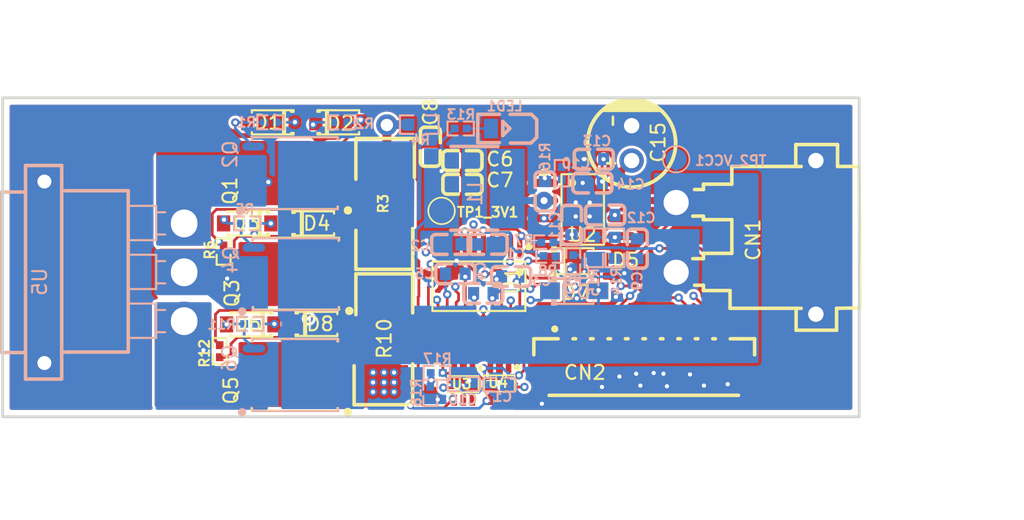
<source format=kicad_pcb>
(kicad_pcb (version 20240108) (generator "pcbnew") (generator_version "8.0")
  (layers (0 "F.Cu" signal) (1 "In1.Cu" signal) (2 "In2.Cu" signal) (31 "B.Cu" signal) (34 "B.Paste" user) (35 "F.Paste" user) (36 "B.SilkS" user "B.Silkscreen") (37 "F.SilkS" user "F.Silkscreen") (38 "B.Mask" user) (39 "F.Mask" user) (44 "Edge.Cuts" user))
  (net 0 "")
  (net 1 "VCC")
  (net 2 "+3V3")
  (net 3 "power_fb")
  (net 4 "Net-(LED1-+)")
  (net 5 "power_en")
  (net 8 "CS_1")
  (net 11 "IN_2")
  (net 12 "IN_1")
  (net 13 "CS_2")
  (net 14 "IN_3")
  (net 15 "U")
  (net 16 "Net-(D4-A)")
  (net 17 "V")
  (net 18 "VB1")
  (net 19 "Net-(D6-A)")
  (net 20 "VB2")
  (net 21 "VB3")
  (net 22 "VS3")
  (net 23 "HO3")
  (net 24 "LO1")
  (net 25 "HO2")
  (net 26 "HO1")
  (net 27 "LO3")
  (net 28 "LO2")
  (net 29 "Net-(D8-A)")
  (net 30 "IS1")
  (net 31 "IS2")
  (net 32 "GND")
  (net 33 "VREF")
  (net 34 "CS1")
  (net 35 "CS2")
  (net 36 "Net-(U2-LX)")
  (net 37 "Net-(U2-BS)")
  (net 38 "Net-(U2-SS)")
  (net 39 "Net-(U2-VCC)")
  (net 40 "Net-(D1-A)")
  (net 41 "Net-(D2-A)")
  (net 42 "Net-(D3-A)")
  (net 43 "Net-(U1-HIN1)")
  (net 44 "Net-(U1-HIN2)")
  (net 45 "Net-(U1-HIN3)")
  (net 46 "PGND")
  (footprint "EG2134_single_motor_drive:WAFER-GH1.25-10PWB" (layer "F.Cu") (at 57.8861 30.4335)
    (property "Reference" "CN2")
    (property "Value" "WAFER-GH1.25-10PWB")
  )
  (footprint "EG2134_single_motor_drive:1N4148W" (layer "F.Cu") (at 34.5201 28.222)
    (property "Reference" "D8")
    (property "Value" "1N4148W")
  )
  (footprint "EG2134_single_motor_drive:1N4148W" (layer "F.Cu") (at 29.6938 28.2544 180)
    (property "Reference" "D6")
    (property "Value" "1N4148W")
  )
  (footprint "EG2134_single_motor_drive:R2512" (layer "F.Cu") (at 39.2861 29.322 -90)
    (property "Reference" "R10")
    (property "Value" "10mr")
  )
  (footprint "EG2134_single_motor_drive:1N4148W" (layer "F.Cu") (at 29.4781 21.022 180)
    (property "Reference" "D3")
    (property "Value" "1N4148W")
  )
  (footprint "EG2134_single_motor_drive:R0402" (layer "F.Cu") (at 27.7876 23.0366 -90)
    (property "Reference" "R6")
    (property "Value" "20r")
  )
  (footprint "EG2134_single_motor_drive:1N4148W" (layer "F.Cu") (at 31.2141 13.7795 180)
    (property "Reference" "D1")
    (property "Value" "1N4148W")
  )
  (footprint "EG2134_single_motor_drive:DSK34" (layer "F.Cu") (at 52.8791 25.852)
    (property "Reference" "D7")
    (property "Value" "DSK34")
  )
  (footprint "EG2134_single_motor_drive:C0603" (layer "F.Cu") (at 44.8861 18.222)
    (property "Reference" "C6")
    (property "Value" "22uf")
  )
  (footprint "EG2134_single_motor_drive:TP181A1-CR" (layer "F.Cu") (at 47.527758 32.4804 180)
    (property "Reference" "U4")
    (property "Value" "TP181A1-CR")
  )
  (footprint "EG2134_single_motor_drive:cap_pol" (layer "F.Cu") (at 56.9861 15.272 90)
    (property "Reference" "C15")
    (property "Value" "220uf")
  )
  (footprint "EG2134_single_motor_drive:EG2134-N" (layer "F.Cu") (at 46.0576 25.522 180)
    (property "Reference" "U1")
    (property "Value" "EG2134_N")
  )
  (footprint "EG2134_single_motor_drive:1N4148W" (layer "F.Cu") (at 36.0811 13.7795)
    (property "Reference" "D2")
    (property "Value" "1N4148W")
  )
  (footprint "EG2134_single_motor_drive:RU3089M-C" (layer "F.Cu") (at 32.8661 31.857 90)
    (property "Reference" "Q5")
    (property "Value" "RU3089M-C")
  )
  (footprint "EG2134_single_motor_drive:SY8205FCC" (layer "F.Cu") (at 53.4861 20.022 -90)
    (property "Reference" "U2")
    (property "Value" "SY8205FCC")
  )
  (footprint "EG2134_single_motor_drive:R0402" (layer "F.Cu") (at 27.5082 30.1764 -90)
    (property "Reference" "R12")
    (property "Value" "20r")
  )
  (footprint "TestPoint:TestPoint_Pad_D1.5mm" (layer "F.Cu") (at 43.3861 20.122 180)
    (property "Reference" "TP1_3V1")
    (property "Value" "3v3")
  )
  (footprint "EG2134_single_motor_drive:TP181A1-CR" (layer "F.Cu") (at 44.943 32.5304 180)
    (property "Reference" "U3")
    (property "Value" "TP181A1-CR")
  )
  (footprint "EG2134_single_motor_drive:RU3089M-C" (layer "F.Cu") (at 32.9741 24.622 90)
    (property "Reference" "Q3")
    (property "Value" "RU3089M-C")
  )
  (footprint "EG2134_single_motor_drive:1N4148W" (layer "F.Cu") (at 34.2861 21.022)
    (property "Reference" "D4")
    (property "Value" "1N4148W")
  )
  (footprint "EG2134_single_motor_drive:RU3089M-C" (layer "F.Cu") (at 32.8741 17.422 90)
    (property "Reference" "Q1")
    (property "Value" "RU3089M-C")
  )
  (footprint "EG2134_single_motor_drive:XT30PW-M30.G.Y" (layer "F.Cu") (at 65.1726 22.022 90)
    (property "Reference" "CN1")
    (property "Value" "XT30PW-M")
  )
  (footprint "EG2134_single_motor_drive:DSK34" (layer "F.Cu") (at 52.8861 23.722)
    (property "Reference" "D5")
    (property "Value" "DSK34")
  )
  (footprint "EG2134_single_motor_drive:R2512" (layer "F.Cu") (at 39.2861 19.622 90)
    (property "Reference" "R3")
    (property "Value" "10mr")
  )
  (footprint "EG2134_single_motor_drive:C0603" (layer "F.Cu") (at 42.5861 15.522 90)
    (property "Reference" "C8")
    (property "Value" "22uf")
  )
  (footprint "EG2134_single_motor_drive:C0603" (layer "F.Cu") (at 44.8861 16.522)
    (property "Reference" "C7")
    (property "Value" "22uf")
  )
  (footprint "EG2134_single_motor_drive:C0603" (layer "B.Cu") (at 48.3746 24.822)
    (property "Reference" "C3")
    (property "Value" "100nf")
  )
  (footprint "EG2134_single_motor_drive:R0402" (layer "B.Cu") (at 52.8066 23.7248 -90)
    (property "Reference" "R9")
    (property "Value" "100r")
  )
  (footprint "EG2134_single_motor_drive:NCD0805R1" (layer "B.Cu") (at 47.9701 14.222 180)
    (property "Reference" "LED1")
    (property "Value" "电源指示灯")
  )
  (footprint "EG2134_single_motor_drive:R0402" (layer "B.Cu") (at 50.9536 22.3774 180)
    (property "Reference" "R7")
    (property "Value" "100r")
  )
  (footprint "EG2134_single_motor_drive:MR30PW-M30.G.Y" (layer "B.Cu") (at 19.9631 24.522 90)
    (property "Reference" "U5")
    (property "Value" "MR30PW-M30.G.Y")
  )
  (footprint "EG2134_single_motor_drive:C0603" (layer "B.Cu") (at 46.3746 26.022)
    (property "Reference" "C4")
    (property "Value" "100nf")
  )
  (footprint "EG2134_single_motor_drive:R0402" (layer "B.Cu") (at 36.2141 13.7795)
    (property "Reference" "R2")
    (property "Value" "20r")
  )
  (footprint "EG2134_single_motor_drive:RU3089M-C" (layer "B.Cu") (at 32.9221 31.8845 90)
    (property "Reference" "Q6")
    (property "Value" "RU3089M-C")
  )
  (footprint "EG2134_single_motor_drive:DSK34" (layer "B.Cu") (at 52.8791 25.852)
    (property "Reference" "D9")
    (property "Value" "DSK34")
  )
  (footprint "EG2134_single_motor_drive:R0402" (layer "B.Cu") (at 51.9861 17.422 -90)
    (property "Reference" "R16")
    (property "Value" "10k")
  )
  (footprint "EG2134_single_motor_drive:C0603" (layer "B.Cu") (at 57.3861 22.822 90)
    (property "Reference" "C9")
    (property "Value" "100pf")
  )
  (footprint "EG2134_single_motor_drive:R0402" (layer "B.Cu") (at 44.7531 14.222 180)
    (property "Reference" "R13")
    (property "Value" "10k")
  )
  (footprint "EG2134_single_motor_drive:R0402" (layer "B.Cu") (at 51.106 23.3426 180)
    (property "Reference" "R8")
    (property "Value" "100r")
  )
  (footprint "EG2134_single_motor_drive:RU3089M-C" (layer "B.Cu") (at 32.8861 17.422 90)
    (property "Reference" "Q2")
    (property "Value" "RU3089M-C")
  )
  (footprint "EG2134_single_motor_drive:R0402" (layer "B.Cu") (at 29.4781 21.022 180)
    (property "Reference" "R5")
    (property "Value" "20r")
  )
  (footprint "EG2134_single_motor_drive:C0603" (layer "B.Cu") (at 54.2861 16.422)
    (property "Reference" "C13")
    (property "Value" "100nf")
  )
  (footprint "EG2134_single_motor_drive:R0603" (layer "B.Cu") (at 54.2861 22.769 -90)
    (property "Reference" "R15")
    (property "Value" "22.1k")
  )
  (footprint "EG2134_single_motor_drive:C0603" (layer "B.Cu") (at 46.6746 22.522 180)
    (property "Reference" "C1")
    (property "Value" "1uf")
  )
  (footprint "EG2134_single_motor_drive:R0402" (layer "B.Cu") (at 31.1471 13.7795 180)
    (property "Reference" "R1")
    (property "Value" "20r")
  )
  (footprint "EG2134_single_motor_drive:R0402" (layer "B.Cu") (at 29.6938 28.2194 180)
    (property "Reference" "R11")
    (property "Value" "20r")
  )
  (footprint "EG2134_single_motor_drive:C0402" (layer "B.Cu") (at 47.527758 32.5804 180)
    (property "Reference" "C17")
    (property "Value" "100nf")
  )
  (footprint "EG2134_single_motor_drive:RU3089M-C" (layer "B.Cu") (at 32.9261 24.6645 90)
    (property "Reference" "Q4")
    (property "Value" "RU3089M-C")
  )
  (footprint "EG2134_single_motor_drive:C0402" (layer "B.Cu") (at 44.977758 32.5304 180)
    (property "Reference" "C16")
    (property "Value" "100nf")
  )
  (footprint "EG2134_single_motor_drive:R0603" (layer "B.Cu") (at 55.7861 22.769 90)
    (property "Reference" "R14")
    (property "Value" "100k")
  )
  (footprint "EG2134_single_motor_drive:R0402" (layer "B.Cu") (at 43.0416 31.722)
    (property "Reference" "R17")
    (property "Value" "10k")
  )
  (footprint "EG2134_single_motor_drive:C0603" (layer "B.Cu") (at 50.7861 18.722 90)
    (property "Reference" "C10")
    (property "Value" "100nf")
  )
  (footprint "TestPoint:TestPoint_Pad_D1.5mm" (layer "B.Cu") (at 60.1726 16.422 180)
    (property "Reference" "TP2_VCC1")
    (property "Value" "VCC")
  )
  (footprint "EG2134_single_motor_drive:FNR6045S6R8MT" (layer "B.Cu") (at 45.7361 18.509)
    (property "Reference" "L1")
    (property "Value" "6.8uh")
  )
  (footprint "EG2134_single_motor_drive:C0603" (layer "B.Cu") (at 52.6861 21.122 90)
    (property "Reference" "C11")
    (property "Value" "1uf")
  )
  (footprint "EG2134_single_motor_drive:C0603" (layer "B.Cu") (at 44.3746 24.622)
    (property "Reference" "C5")
    (property "Value" "100nf")
  )
  (footprint "EG2134_single_motor_drive:C0603" (layer "B.Cu") (at 54.1861 18.122)
    (property "Reference" "C14")
    (property "Value" "1uf")
  )
  (footprint "EG2134_single_motor_drive:C0603" (layer "B.Cu") (at 55.0861 20.422 180)
    (property "Reference" "C12")
    (property "Value" "1uf")
  )
  (footprint "EG2134_single_motor_drive:C0603" (layer "B.Cu") (at 44.0746 22.522)
    (property "Reference" "C2")
    (property "Value" "100nf")
  )
  (footprint "EG2134_single_motor_drive:R0603" (layer "B.Cu") (at 41.792 13.9446)
    (property "Reference" "R4")
    (property "Value" "0r")
  )
  (footprint "EG2134_single_motor_drive:R0402" (layer "B.Cu") (at 42.5746 33.155 90)
    (property "Reference" "R18")
    (property "Value" "10k")
  )
  (gr_rect (start 11.9746 12.022) (end 73.2746 34.872) (stroke (width 0.2)) (fill none) (layer "Edge.Cuts"))
  (segment (start 45.0826 23.5966) (end 45.0826 23.7974) (width 0.2) (layer "F.Cu") (net 1))
  (segment (start 60.0376 19.387) (end 60.1726 19.522) (width 0.508) (layer "F.Cu") (net 1))
  (segment (start 47.0408 24.384) (end 46.7614 24.6634) (width 0.2) (layer "F.Cu") (net 1))
  (segment (start 45.0826 23.7974) (end 45.9486 24.6634) (width 0.2) (layer "F.Cu") (net 1))
  (segment (start 54.6211 23.722) (end 56.9746 23.722) (width 0.2) (layer "F.Cu") (net 1))
  (segment (start 54.8746 16.522) (end 54.9746 16.422) (width 0.2) (layer "F.Cu") (net 1))
  (segment (start 47.625 24.384) (end 47.0408 24.384) (width 0.2) (layer "F.Cu") (net 1))
  (segment (start 46.7614 24.6634) (end 46.482 24.6634) (width 0.2) (layer "F.Cu") (net 1))
  (segment (start 54.6211 23.722) (end 53.4003 24.9428) (width 0.2) (layer "F.Cu") (net 1))
  (segment (start 54.6211 25.8064) (end 54.6211 25.845) (width 0.2) (layer "F.Cu") (net 1))
  (segment (start 54.6211 25.845) (end 54.6141 25.852) (width 0.2) (layer "F.Cu") (net 1))
  (segment (start 45.0826 21.6384) (end 45.0826 22.651) (width 0.2) (layer "F.Cu") (net 1))
  (segment (start 56.2551 18.117) (end 56.2551 17.253) (width 0.508) (layer "F.Cu") (net 1))
  (segment (start 56.2551 19.387) (end 60.0376 19.387) (width 0.508) (layer "F.Cu") (net 1))
  (segment (start 56.2551 19.387) (end 56.2551 18.117) (width 0.508) (layer "F.Cu") (net 1))
  (segment (start 56.2551 17.253) (end 56.9861 16.522) (width 0.508) (layer "F.Cu") (net 1))
  (segment (start 54.8746 18.022) (end 54.8746 16.522) (width 0.2) (layer "F.Cu") (net 1))
  (segment (start 56.9746 23.722) (end 60.1726 20.524) (width 0.2) (layer "F.Cu") (net 1))
  (segment (start 45.9486 24.6634) (end 46.482 24.6634) (width 0.2) (layer "F.Cu") (net 1))
  (segment (start 54.9696 18.117) (end 54.8746 18.022) (width 0.508) (layer "F.Cu") (net 1))
  (segment (start 60.1726 20.524) (end 60.1726 19.522) (width 0.2) (layer "F.Cu") (net 1))
  (segment (start 49.2506 24.5872) (end 47.8282 24.5872) (width 0.2) (layer "F.Cu") (net 1))
  (segment (start 54.6211 23.722) (end 54.6211 25.8064) (width 0.2) (layer "F.Cu") (net 1))
  (segment (start 45.0826 22.651) (end 45.0826 23.5966) (width 0.2) (layer "F.Cu") (net 1))
  (segment (start 45.0596 21.6154) (end 45.0826 21.6384) (width 0.2) (layer "F.Cu") (net 1))
  (segment (start 53.4003 24.9428) (end 49.6062 24.9428) (width 0.2) (layer "F.Cu") (net 1))
  (segment (start 49.6062 24.9428) (end 49.2506 24.5872) (width 0.2) (layer "F.Cu") (net 1))
  (segment (start 47.8282 24.5872) (end 47.625 24.384) (width 0.2) (layer "F.Cu") (net 1))
  (segment (start 56.2551 18.117) (end 54.9696 18.117) (width 0.508) (layer "F.Cu") (net 1))
  (via (at 46.482 24.6634) (size 0.6) (drill 0.3) (layers "F.Cu" "B.Cu") (net 1))
  (via (at 54.9746 16.422) (size 0.6) (drill 0.3) (layers "F.Cu" "B.Cu") (net 1))
  (via (at 45.0596 21.6154) (size 0.6) (drill 0.3) (layers "F.Cu" "B.Cu") (net 1))
  (via (at 54.8746 18.022) (size 0.6) (drill 0.3) (layers "F.Cu" "B.Cu") (net 1))
  (via (at 54.6211 25.8064) (size 0.6) (drill 0.3) (layers "F.Cu" "B.Cu") (net 1))
  (segment (start 54.1246 17.272) (end 54.8746 18.022) (width 0.2) (layer "B.Cu") (net 1))
  (segment (start 45.0596 21.6154) (end 44.7746 21.9004) (width 0.2) (layer "B.Cu") (net 1))
  (segment (start 53.0606 17.272) (end 54.1246 17.272) (width 0.2) (layer "B.Cu") (net 1))
  (segment (start 44.7746 21.9004) (end 44.7746 22.522) (width 0.2) (layer "B.Cu") (net 1))
  (segment (start 52.7776 16.989) (end 53.0606 17.272) (width 0.2) (layer "B.Cu") (net 1))
  (segment (start 54.6141 27.6139) (end 54.6862 27.686) (width 0.2) (layer "B.Cu") (net 1))
  (segment (start 46.2534 24.6634) (end 46.482 24.6634) (width 0.2) (layer "B.Cu") (net 1))
  (segment (start 60.1726 16.624) (end 60.3746 16.422) (width 0.2) (layer "B.Cu") (net 1))
  (segment (start 44.7746 22.522) (end 45.9746 22.522) (width 0.2) (layer "B.Cu") (net 1))
  (segment (start 60.1726 19.522) (end 60.1726 16.624) (width 0.2) (layer "B.Cu") (net 1))
  (segment (start 51.9861 16.989) (end 52.7776 16.989) (width 0.2) (layer "B.Cu") (net 1))
  (segment (start 54.8861 18.0335) (end 54.8746 18.022) (width 0.2) (layer "B.Cu") (net 1))
  (segment (start 54.8861 18.122) (end 54.8861 18.0335) (width 0.2) (layer "B.Cu") (net 1))
  (segment (start 54.6141 25.852) (end 54.6141 27.6139) (width 0.2) (layer "B.Cu") (net 1))
  (segment (start 54.9861 16.422) (end 54.9746 16.422) (width 0.2) (layer "B.Cu") (net 1))
  (segment (start 49.276 31.5468) (end 49.276 30.6324) (width 0.2) (layer "F.Cu") (net 2))
  (segment (start 44.1861 18.222) (end 44.1861 18.072) (width 0.2) (layer "F.Cu") (net 2))
  (segment (start 42.4434 25.5778) (end 42.4434 29.6164) (width 0.2) (layer "F.Cu") (net 2))
  (segment (start 42.672 25.3492) (end 42.4434 25.5778) (width 0.2) (layer "F.Cu") (net 2))
  (segment (start 49.276 30.6324) (end 50.9016 29.0068) (width 0.2) (layer "F.Cu") (net 2))
  (segment (start 43.5086 31.756) (end 43.4746 31.722) (width 0.2) (layer "F.Cu") (net 2))
  (segment (start 43.3861 20.122) (end 43.3861 17.272) (width 0.2) (layer "F.Cu") (net 2))
  (segment (start 46.813758 31.3944) (end 46.877758 31.3304) (width 0.2) (layer "F.Cu") (net 2))
  (segment (start 44.1861 18.072) (end 43.3861 17.272) (width 0.2) (layer "F.Cu") (net 2))
  (segment (start 55.88 27.2034) (end 56.8706 26.2128) (width 0.2) (layer "F.Cu") (net 2))
  (segment (start 46.4058 31.3944) (end 46.813758 31.3944) (width 0.2) (layer "F.Cu") (net 2))
  (segment (start 44.296342 31.756) (end 43.5086 31.756) (width 0.2) (layer "F.Cu") (net 2))
  (segment (start 50.9016 29.0068) (end 50.9016 27.7876) (width 0.2) (layer "F.Cu") (net 2))
  (segment (start 50.9016 27.7876) (end 51.4858 27.2034) (width 0.2) (layer "F.Cu") (net 2))
  (segment (start 44.1361 16.522) (end 43.3861 17.272) (width 0.2) (layer "F.Cu") (net 2))
  (segment (start 42.4434 29.6164) (end 43.4746 30.6476) (width 0.2) (layer "F.Cu") (net 2))
  (segment (start 43.8861 16.222) (end 44.1861 16.522) (width 0.2) (layer "F.Cu") (net 2))
  (segment (start 42.5861 16.472) (end 43.3861 17.272) (width 0.2) (layer "F.Cu") (net 2))
  (segment (start 43.4746 30.6476) (end 43.4746 31.722) (width 0.2) (layer "F.Cu") (net 2))
  (segment (start 44.1861 16.522) (end 44.1361 16.522) (width 0.2) (layer "F.Cu") (net 2))
  (segment (start 51.4858 27.2034) (end 55.88 27.2034) (width 0.2) (layer "F.Cu") (net 2))
  (segment (start 48.9204 31.9024) (end 49.276 31.5468) (width 0.2) (layer "F.Cu") (net 2))
  (segment (start 42.5861 16.222) (end 42.5861 16.472) (width 0.2) (layer "F.Cu") (net 2))
  (via (at 48.9204 31.9024) (size 0.6) (drill 0.3) (layers "F.Cu" "B.Cu") (net 2))
  (via (at 46.4058 31.3944) (size 0.6) (drill 0.3) (layers "F.Cu" "B.Cu") (net 2))
  (via (at 56.8706 26.2128) (size 0.6) (drill 0.3) (layers "F.Cu" "B.Cu") (net 2))
  (via (at 43.4746 31.722) (size 0.6) (drill 0.3) (layers "F.Cu" "B.Cu") (net 2))
  (via (at 42.672 25.3492) (size 0.6) (drill 0.3) (layers "F.Cu" "B.Cu") (net 2))
  (via (at 43.3861 17.272) (size 0.6) (drill 0.3) (layers "F.Cu" "B.Cu") (net 2))
  (segment (start 42.6974 25.1206) (end 42.2452 25.1206) (width 0.2) (layer "B.Cu") (net 2))
  (segment (start 43.7058 31.9532) (end 43.4746 31.722) (width 0.2) (layer "B.Cu") (net 2))
  (segment (start 57.3861 25.6973) (end 56.8706 26.2128) (width 0.2) (layer "B.Cu") (net 2))
  (segment (start 41.5626 21.488) (end 42.0956 20.955) (width 0.2) (layer "B.Cu") (net 2))
  (segment (start 46.5914 32.5804) (end 46.982758 32.5804) (width 0.2) (layer "B.Cu") (net 2))
  (segment (start 46.4058 31.3944) (end 46.4693 31.4579) (width 0.2) (layer "B.Cu") (net 2))
  (segment (start 46.0502 33.1216) (end 46.4693 32.7025) (width 0.2) (layer "B.Cu") (net 2))
  (segment (start 44.432758 32.5304) (end 44.283 32.5304) (width 0.2) (layer "B.Cu") (net 2))
  (segment (start 45.023958 33.1216) (end 46.0502 33.1216) (width 0.2) (layer "B.Cu") (net 2))
  (segment (start 44.432758 32.5304) (end 45.023958 33.1216) (width 0.2) (layer "B.Cu") (net 2))
  (segment (start 42.6212 20.955) (end 43.3861 20.1901) (width 0.2) (layer "B.Cu") (net 2))
  (segment (start 43.3861 18.496) (end 43.3861 17.272) (width 0.2) (layer "B.Cu") (net 2))
  (segment (start 48.9204 31.9024) (end 48.2854 31.9024) (width 0.2) (layer "B.Cu") (net 2))
  (segment (start 43.3861 20.1901) (end 43.3861 18.496) (width 0.2) (layer "B.Cu") (net 2))
  (segment (start 42.672 25.3492) (end 42.672 25.146) (width 0.2) (layer "B.Cu") (net 2))
  (segment (start 44.283 32.5304) (end 43.4746 31.722) (width 0.2) (layer "B.Cu") (net 2))
  (segment (start 46.4693 32.7025) (end 46.5914 32.5804) (width 0.2) (layer "B.Cu") (net 2))
  (segment (start 47.7774 31.3944) (end 46.4058 31.3944) (width 0.2) (layer "B.Cu") (net 2))
  (segment (start 43.3861 17.272) (end 43.3861 15.156) (width 0.2) (layer "B.Cu") (net 2))
  (segment (start 43.3861 15.156) (end 44.3201 14.222) (width 0.2) (layer "B.Cu") (net 2))
  (segment (start 42.0956 20.955) (end 42.6212 20.955) (width 0.2) (layer "B.Cu") (net 2))
  (segment (start 57.3861 23.522) (end 57.3861 25.6973) (width 0.2) (layer "B.Cu") (net 2))
  (segment (start 43.4746 31.562) (end 43.4746 31.722) (width 0.2) (layer "B.Cu") (net 2))
  (segment (start 55.7861 23.522) (end 57.3861 23.522) (width 0.2) (layer "B.Cu") (net 2))
  (segment (start 41.5626 24.438) (end 41.5626 21.488) (width 0.2) (layer "B.Cu") (net 2))
  (segment (start 48.2854 31.9024) (end 47.7774 31.3944) (width 0.2) (layer "B.Cu") (net 2))
  (segment (start 42.2452 25.1206) (end 41.5626 24.438) (width 0.2) (layer "B.Cu") (net 2))
  (segment (start 46.4693 31.4579) (end 46.4693 32.7025) (width 0.2) (layer "B.Cu") (net 2))
  (segment (start 42.672 25.146) (end 42.6974 25.1206) (width 0.2) (layer "B.Cu") (net 2))
  (segment (start 56.2551 21.927) (end 55.8751 21.927) (width 0.2) (layer "F.Cu") (net 3))
  (segment (start 55.8751 21.927) (end 55.7861 22.016) (width 0.2) (layer "F.Cu") (net 3))
  (via (at 55.7861 22.016) (size 0.6) (drill 0.3) (layers "F.Cu" "B.Cu") (net 3))
  (segment (start 54.2861 22.016) (end 55.7861 22.016) (width 0.2) (layer "B.Cu") (net 3))
  (segment (start 55.7861 22.016) (end 57.2801 22.016) (width 0.2) (layer "B.Cu") (net 3))
  (segment (start 57.2801 22.016) (end 57.3861 22.122) (width 0.2) (layer "B.Cu") (net 3))
  (segment (start 46.9201 14.222) (end 45.1861 14.222) (width 0.2) (layer "B.Cu") (net 4))
  (via (at 50.7171 20.657) (size 0.6) (drill 0.3) (layers "F.Cu" "B.Cu") (net 5))
  (segment (start 52.0446 19.558) (end 52.0446 17.9135) (width 0.2) (layer "B.Cu") (net 5))
  (segment (start 52.0446 17.9135) (end 51.9861 17.855) (width 0.2) (layer "B.Cu") (net 5))
  (segment (start 51.1996 20.657) (end 51.7906 20.066) (width 0.2) (layer "B.Cu") (net 5))
  (segment (start 50.7171 20.657) (end 51.1996 20.657) (width 0.2) (layer "B.Cu") (net 5))
  (segment (start 51.7906 19.812) (end 52.0446 19.558) (width 0.2) (layer "B.Cu") (net 5))
  (segment (start 51.7906 20.066) (end 51.7906 19.812) (width 0.2) (layer "B.Cu") (net 5))
  (segment (start 62.2611 27.0567) (end 62.2611 28.8335) (width 0.2) (layer "F.Cu") (net 11))
  (segment (start 61.4172 26.2128) (end 62.2611 27.0567) (width 0.2) (layer "F.Cu") (net 11))
  (via (at 61.4172 26.2128) (size 0.6) (drill 0.3) (layers "F.Cu" "B.Cu") (net 11))
  (via (at 52.9336 25.5524) (size 0.6) (drill 0.3) (layers "F.Cu" "B.Cu") (net 11))
  (segment (start 52.9336 25.5524) (end 52.7304 25.5524) (width 0.2) (layer "B.Cu") (net 11))
  (segment (start 52.7304 25.5524) (end 51.539 24.361) (width 0.2) (layer "B.Cu") (net 11))
  (segment (start 51.539 24.361) (end 51.539 23.3426) (width 0.2) (layer "B.Cu") (net 11))
  (segment (start 63.5111 28.8335) (end 63.5111 24.4205) (width 0.2) (layer "F.Cu") (net 12))
  (segment (start 61.8998 22.8092) (end 58.9788 22.8092) (width 0.2) (layer "F.Cu") (net 12))
  (segment (start 63.5111 24.4205) (end 61.8998 22.8092) (width 0.2) (layer "F.Cu") (net 12))
  (via (at 58.9788 22.8092) (size 0.6) (drill 0.3) (layers "F.Cu" "B.Cu") (net 12))
  (segment (start 51.7652 22.3774) (end 51.3866 22.3774) (width 0.2) (layer "B.Cu") (net 12))
  (segment (start 56.4262 22.822) (end 56.3626 22.7584) (width 0.2) (layer "B.Cu") (net 12))
  (segment (start 58.966 22.822) (end 56.4262 22.822) (width 0.2) (layer "B.Cu") (net 12))
  (segment (start 53.5686 22.7584) (end 53.3654 22.5552) (width 0.2) (layer "B.Cu") (net 12))
  (segment (start 58.9788 22.8092) (end 58.966 22.822) (width 0.2) (layer "B.Cu") (net 12))
  (segment (start 56.3626 22.7584) (end 53.5686 22.7584) (width 0.2) (layer "B.Cu") (net 12))
  (segment (start 51.943 22.5552) (end 51.7652 22.3774) (width 0.2) (layer "B.Cu") (net 12))
  (segment (start 53.3654 22.5552) (end 51.943 22.5552) (width 0.2) (layer "B.Cu") (net 12))
  (segment (start 58.1406 26.3398) (end 57.3024 25.5016) (width 0.2) (layer "F.Cu") (net 14))
  (segment (start 60.3504 26.3398) (end 58.1406 26.3398) (width 0.2) (layer "F.Cu") (net 14))
  (segment (start 57.3024 25.5016) (end 56.2102 25.5016) (width 0.2) (layer "F.Cu") (net 14))
  (segment (start 61.0111 27.0005) (end 61.0111 28.8335) (width 0.2) (layer "F.Cu") (net 14))
  (segment (start 60.3504 26.3398) (end 61.0111 27.0005) (width 0.2) (layer "F.Cu") (net 14))
  (via (at 56.2102 25.5016) (size 0.6) (drill 0.3) (layers "F.Cu" "B.Cu") (net 14))
  (via (at 60.3504 26.3398) (size 0.6) (drill 0.3) (layers "F.Cu" "B.Cu") (net 14))
  (segment (start 55.626 24.8412) (end 55.9562 25.1714) (width 0.2) (layer "B.Cu") (net 14))
  (segment (start 52.8066 23.2918) (end 53.1876 23.2918) (width 0.2) (layer "B.Cu") (net 14))
  (segment (start 53.3908 23.495) (end 53.467 23.5712) (width 0.2) (layer "B.Cu") (net 14))
  (segment (start 54.483 24.8412) (end 55.626 24.8412) (width 0.2) (layer "B.Cu") (net 14))
  (segment (start 53.467 23.5712) (end 53.467 24.0792) (width 0.2) (layer "B.Cu") (net 14))
  (segment (start 53.1876 23.2918) (end 53.3908 23.495) (width 0.2) (layer "B.Cu") (net 14))
  (segment (start 54.229 24.8412) (end 54.483 24.8412) (width 0.2) (layer "B.Cu") (net 14))
  (segment (start 55.9562 25.1714) (end 56.2102 25.4254) (width 0.2) (layer "B.Cu") (net 14))
  (segment (start 53.467 24.0792) (end 54.229 24.8412) (width 0.2) (layer "B.Cu") (net 14))
  (segment (start 56.2102 25.4254) (end 56.2102 25.5016) (width 0.2) (layer "B.Cu") (net 14))
  (segment (start 47.3202 25.019) (end 47.3778 25.019) (width 0.2) (layer "F.Cu") (net 15))
  (segment (start 47.3778 25.019) (end 47.6826 25.3238) (width 0.2) (layer "F.Cu") (net 15))
  (segment (start 47.6826 28.393) (end 47.6826 25.3238) (width 0.2) (layer "F.Cu") (net 15))
  (via (at 30.988 18.0594) (size 0.6) (drill 0.3) (layers "F.Cu" "B.Cu") (net 15))
  (via (at 47.3202 25.019) (size 0.6) (drill 0.3) (layers "F.Cu" "B.Cu") (net 15))
  (segment (start 28.5496 22.2504) (end 28.5496 23.1648) (width 0.2) (layer "F.Cu") (net 16))
  (segment (start 28.8544 21.9456) (end 28.5496 22.2504) (width 0.2) (layer "F.Cu") (net 16))
  (segment (start 35.9781 21.022) (end 35.9781 22.683) (width 0.2) (layer "F.Cu") (net 16))
  (segment (start 34.4932 21.022) (end 33.5696 21.9456) (width 0.2) (layer "F.Cu") (net 16))
  (segment (start 34.4932 21.022) (end 35.9781 21.022) (width 0.2) (layer "F.Cu") (net 16))
  (segment (start 28.5496 23.1648) (end 28.2448 23.4696) (width 0.2) (layer "F.Cu") (net 16))
  (segment (start 33.5696 21.9456) (end 28.8544 21.9456) (width 0.2) (layer "F.Cu") (net 16))
  (segment (start 35.9781 22.683) (end 35.9441 22.717) (width 0.2) (layer "F.Cu") (net 16))
  (segment (start 28.2448 23.4696) (end 27.7876 23.4696) (width 0.2) (layer "F.Cu") (net 16))
  (via (at 29.9974 21.7932) (size 0.6) (drill 0.3) (layers "F.Cu" "B.Cu") (net 16))
  (segment (start 45.7326 28.393) (end 45.7326 26.3524) (width 0.2) (layer "F.Cu") (net 17))
  (segment (start 45.7326 26.3524) (end 45.72 26.3398) (width 0.2) (layer "F.Cu") (net 17))
  (via (at 45.72 26.3398) (size 0.6) (drill 0.3) (layers "F.Cu" "B.Cu") (net 17))
  (via (at 28.0416 24.9682) (size 0.6) (drill 0.3) (layers "F.Cu" "B.Cu") (net 17))
  (segment (start 48.761 25.2038) (end 48.9826 25.4254) (width 0.2) (layer "F.Cu") (net 18))
  (segment (start 48.9826 25.4254) (end 48.9826 28.393) (width 0.2) (layer "F.Cu") (net 18))
  (segment (start 49.6046 23.722) (end 51.1511 23.722) (width 0.2) (layer "F.Cu") (net 18))
  (segment (start 49.5808 23.6982) (end 49.6046 23.722) (width 0.2) (layer "F.Cu") (net 18))
  (via (at 48.761 25.2038) (size 0.6) (drill 0.3) (layers "F.Cu" "B.Cu") (net 18))
  (via (at 49.5808 23.6982) (size 0.6) (drill 0.3) (layers "F.Cu" "B.Cu") (net 18))
  (segment (start 49.5808 23.6982) (end 49.0746 24.2044) (width 0.2) (layer "B.Cu") (net 18))
  (segment (start 49.0746 24.2044) (end 49.0746 24.822) (width 0.2) (layer "B.Cu") (net 18))
  (via (at 28.0018 28.2544) (size 0.6) (drill 0.3) (layers "F.Cu" "B.Cu") (net 19))
  (segment (start 29.2608 28.2194) (end 28.0368 28.2194) (width 0.2) (layer "B.Cu") (net 19))
  (segment (start 29.2608 29.2882) (end 29.2608 28.2194) (width 0.2) (layer "B.Cu") (net 19))
  (segment (start 29.9521 29.9795) (end 29.2608 29.2882) (width 0.2) (layer "B.Cu") (net 19))
  (segment (start 28.0368 28.2194) (end 28.0018 28.2544) (width 0.2) (layer "B.Cu") (net 19))
  (segment (start 50.6667 25.3746) (end 50.1904 25.3746) (width 0.2) (layer "F.Cu") (net 20))
  (segment (start 50.1904 25.3746) (end 50.0126 25.5524) (width 0.2) (layer "F.Cu") (net 20))
  (segment (start 51.1441 25.852) (end 50.6667 25.3746) (width 0.2) (layer "F.Cu") (net 20))
  (segment (start 47.0126 26.388) (end 47.0326 26.408) (width 0.2) (layer "F.Cu") (net 20))
  (segment (start 47.0326 26.408) (end 47.0326 28.393) (width 0.2) (layer "F.Cu") (net 20))
  (segment (start 49.8856 25.5524) (end 49.7332 25.7048) (width 0.2) (layer "F.Cu") (net 20))
  (segment (start 50.6563 26.3398) (end 51.1441 25.852) (width 0.2) (layer "F.Cu") (net 20))
  (segment (start 50.0126 25.5524) (end 49.8856 25.5524) (width 0.2) (layer "F.Cu") (net 20))
  (via (at 47.0126 26.388) (size 0.6) (drill 0.3) (layers "F.Cu" "B.Cu") (net 20))
  (via (at 49.7332 25.7048) (size 0.6) (drill 0.3) (layers "F.Cu" "B.Cu") (net 20))
  (segment (start 47.0126 26.388) (end 47.5434 25.8572) (width 0.2) (layer "B.Cu") (net 20))
  (segment (start 47.5434 25.8572) (end 49.5808 25.8572) (width 0.2) (layer "B.Cu") (net 20))
  (segment (start 49.5808 25.8572) (end 49.7332 25.7048) (width 0.2) (layer "B.Cu") (net 20))
  (segment (start 45.0826 28.393) (end 45.0826 24.8436) (width 0.2) (layer "F.Cu") (net 21))
  (segment (start 45.085 24.8412) (end 45.0826 24.8436) (width 0.2) (layer "F.Cu") (net 21))
  (via (at 45.0826 24.8436) (size 0.6) (drill 0.3) (layers "F.Cu" "B.Cu") (net 21))
  (via (at 49.7586 26.5176) (size 0.6) (drill 0.3) (layers "F.Cu" "B.Cu") (net 21))
  (segment (start 50.4785 26.5176) (end 49.7586 26.5176) (width 0.2) (layer "B.Cu") (net 21))
  (segment (start 51.1441 25.852) (end 50.4785 26.5176) (width 0.2) (layer "B.Cu") (net 21))
  (segment (start 43.7826 27.4066) (end 43.7826 28.393) (width 0.2) (layer "F.Cu") (net 22))
  (segment (start 43.7896 27.3996) (end 43.7826 27.4066) (width 0.2) (layer "F.Cu") (net 22))
  (segment (start 43.7896 26.1112) (end 43.7896 27.3996) (width 0.2) (layer "F.Cu") (net 22))
  (via (at 26.3398 30.099) (size 0.6) (drill 0.3) (layers "F.Cu" "B.Cu") (net 22))
  (via (at 43.7896 26.1112) (size 0.6) (drill 0.3) (layers "F.Cu" "B.Cu") (net 22))
  (segment (start 43.6746 25.9962) (end 43.7896 26.1112) (width 0.2) (layer "B.Cu") (net 22))
  (segment (start 43.6746 24.622) (end 43.6746 25.9962) (width 0.2) (layer "B.Cu") (net 22))
  (segment (start 44.3738 25.5524) (end 44.3738 25.8318) (width 0.2) (layer "F.Cu") (net 23))
  (segment (start 44.4326 26.6874) (end 44.4326 28.393) (width 0.2) (layer "F.Cu") (net 23))
  (segment (start 44.6024 26.5176) (end 44.4326 26.6874) (width 0.2) (layer "F.Cu") (net 23))
  (segment (start 44.6024 26.0604) (end 44.6024 26.5176) (width 0.2) (layer "F.Cu") (net 23))
  (segment (start 44.3738 25.8318) (end 44.6024 26.0604) (width 0.2) (layer "F.Cu") (net 23))
  (via (at 44.3738 25.5524) (size 0.6) (drill 0.3) (layers "F.Cu" "B.Cu") (net 23))
  (via (at 31.4198 28.2194) (size 0.6) (drill 0.3) (layers "F.Cu" "B.Cu") (net 23))
  (segment (start 30.1268 28.2194) (end 31.4198 28.2194) (width 0.2) (layer "B.Cu") (net 23))
  (segment (start 43.1292 26.8224) (end 43.1326 26.8258) (width 0.2) (layer "F.Cu") (net 24))
  (segment (start 43.1326 28.393) (end 43.1326 26.8258) (width 0.2) (layer "F.Cu") (net 24))
  (segment (start 43.1326 26.5718) (end 43.1326 28.393) (width 0.2) (layer "F.Cu") (net 24))
  (segment (start 43.053 26.4922) (end 43.1326 26.5718) (width 0.2) (layer "F.Cu") (net 24))
  (via (at 43.053 26.4922) (size 0.6) (drill 0.3) (layers "F.Cu" "B.Cu") (net 24))
  (via (at 34.1884 13.9446) (size 0.6) (drill 0.3) (layers "F.Cu" "B.Cu") (net 24))
  (segment (start 34.3535 13.7795) (end 34.1884 13.9446) (width 0.2) (layer "B.Cu") (net 24))
  (segment (start 35.7811 13.7795) (end 34.3535 13.7795) (width 0.2) (layer "B.Cu") (net 24))
  (segment (start 46.3826 28.393) (end 46.3826 27.1802) (width 0.2) (layer "F.Cu") (net 25))
  (segment (start 46.3826 27.1802) (end 46.3804 27.178) (width 0.2) (layer "F.Cu") (net 25))
  (via (at 46.3804 27.178) (size 0.6) (drill 0.3) (layers "F.Cu" "B.Cu") (net 25))
  (via (at 31.1701 21.022) (size 0.6) (drill 0.3) (layers "F.Cu" "B.Cu") (net 25))
  (segment (start 29.9111 21.022) (end 31.1701 21.022) (width 0.2) (layer "B.Cu") (net 25))
  (segment (start 48.3362 26.543) (end 48.3326 26.5466) (width 0.2) (layer "F.Cu") (net 26))
  (segment (start 48.3326 26.5466) (end 48.3326 28.393) (width 0.2) (layer "F.Cu") (net 26))
  (via (at 32.893 13.7668) (size 0.6) (drill 0.3) (layers "F.Cu" "B.Cu") (net 26))
  (via (at 48.3362 26.543) (size 0.6) (drill 0.3) (layers "F.Cu" "B.Cu") (net 26))
  (segment (start 32.8803 13.7795) (end 32.893 13.7668) (width 0.2) (layer "B.Cu") (net 26))
  (segment (start 31.5801 13.7795) (end 32.8803 13.7795) (width 0.2) (layer "B.Cu") (net 26))
  (segment (start 32.2326 27.2542) (end 27.4828 27.2542) (width 0.2) (layer "F.Cu") (net 27))
  (segment (start 43.7826 23.6036) (end 43.4482 23.938) (width 0.2) (layer "F.Cu") (net 27))
  (segment (start 32.8281 28.222) (end 33.5 28.222) (width 0.2) (layer "F.Cu") (net 27))
  (segment (start 32.8281 28.222) (end 32.8281 27.8497) (width 0.2) (layer "F.Cu") (net 27))
  (segment (start 27.2034 27.5336) (end 27.2034 29.4386) (width 0.2) (layer "F.Cu") (net 27))
  (segment (start 27.4828 27.2542) (end 27.2034 27.5336) (width 0.2) (layer "F.Cu") (net 27))
  (segment (start 32.8281 27.8497) (end 32.2326 27.2542) (width 0.2) (layer "F.Cu") (net 27))
  (segment (start 27.2034 29.4386) (end 27.5082 29.7434) (width 0.2) (layer "F.Cu") (net 27))
  (segment (start 43.7826 22.651) (end 43.7826 23.6036) (width 0.2) (layer "F.Cu") (net 27))
  (segment (start 43.4482 23.938) (end 42.6126 23.938) (width 0.2) (layer "F.Cu") (net 27))
  (segment (start 33.5 28.222) (end 33.8836 27.8384) (width 0.2) (layer "F.Cu") (net 27))
  (via (at 33.8836 27.8384) (size 0.6) (drill 0.3) (layers "F.Cu" "B.Cu") (net 27))
  (via (at 42.6126 23.938) (size 0.6) (drill 0.3) (layers "F.Cu" "B.Cu") (net 27))
  (segment (start 32.5941 20.5799) (end 32.5941 21.022) (width 0.2) (layer "F.Cu") (net 28))
  (segment (start 27.2796 20.0152) (end 32.0294 20.0152) (width 0.2) (layer "F.Cu") (net 28))
  (segment (start 27.4447 22.3139) (end 27.7344 22.6036) (width 0.2) (layer "F.Cu") (net 28))
  (segment (start 26.9748 21.844) (end 26.9748 20.32) (width 0.2) (layer "F.Cu") (net 28))
  (segment (start 42.2626 23.088) (end 42.6956 23.088) (width 0.2) (layer "F.Cu") (net 28))
  (segment (start 27.4447 22.3139) (end 26.9748 21.844) (width 0.2) (layer "F.Cu") (net 28))
  (segment (start 42.6956 23.088) (end 43.1326 22.651) (width 0.2) (layer "F.Cu") (net 28))
  (segment (start 26.9748 20.32) (end 27.2796 20.0152) (width 0.2) (layer "F.Cu") (net 28))
  (segment (start 27.7344 22.6036) (end 27.7876 22.6036) (width 0.2) (layer "F.Cu") (net 28))
  (segment (start 32.0294 20.0152) (end 32.5941 20.5799) (width 0.2) (layer "F.Cu") (net 28))
  (via (at 27.4447 22.3139) (size 0.6) (drill 0.3) (layers "F.Cu" "B.Cu") (net 28))
  (via (at 42.2626 23.088) (size 0.6) (drill 0.3) (layers "F.Cu" "B.Cu") (net 28))
  (segment (start 34.7192 28.222) (end 33.7566 29.1846) (width 0.2) (layer "F.Cu") (net 29))
  (segment (start 28.7782 29.1846) (end 28.321 29.6418) (width 0.2) (layer "F.Cu") (net 29))
  (segment (start 35.8361 29.952) (end 36.2121 29.576) (width 0.2) (layer "F.Cu") (net 29))
  (segment (start 28.0646 30.6094) (end 27.5082 30.6094) (width 0.2) (layer "F.Cu") (net 29))
  (segment (start 28.321 29.6418) (end 28.321 30.353) (width 0.2) (layer "F.Cu") (net 29))
  (segment (start 28.321 30.353) (end 28.0646 30.6094) (width 0.2) (layer "F.Cu") (net 29))
  (segment (start 33.7566 29.1846) (end 28.7782 29.1846) (width 0.2) (layer "F.Cu") (net 29))
  (segment (start 36.2121 28.222) (end 34.7192 28.222) (width 0.2) (layer "F.Cu") (net 29))
  (segment (start 36.2121 29.576) (end 36.2121 28.222) (width 0.2) (layer "F.Cu") (net 29))
  (segment (start 43.5626 34.238) (end 44.2066 33.594) (width 0.2) (layer "F.Cu") (net 30))
  (segment (start 40.756 22.722) (end 39.2861 22.722) (width 0.2) (layer "F.Cu") (net 30))
  (segment (start 41.7626 23.738) (end 41.7626 26.238) (width 0.2) (layer "F.Cu") (net 30))
  (segment (start 41.7126 33.688) (end 42.2626 34.238) (width 0.2) (layer "F.Cu") (net 30))
  (segment (start 41.7626 26.238) (end 41.7126 26.288) (width 0.2) (layer "F.Cu") (net 30))
  (segment (start 39.2861 22.722) (end 40.7466 22.722) (width 0.2) (layer "F.Cu") (net 30))
  (segment (start 40.7466 22.722) (end 41.7626 23.738) (width 0.2) (layer "F.Cu") (net 30))
  (segment (start 44.293 33.6804) (end 44.2066 33.594) (width 0.2) (layer "F.Cu") (net 30))
  (segment (start 41.7126 26.288) (end 41.7126 33.688) (width 0.2) (layer "F.Cu") (net 30))
  (segment (start 44.293 33.6804) (end 44.293 33.4218) (width 0.2) (layer "F.Cu") (net 30))
  (segment (start 42.2626 34.238) (end 43.5626 34.238) (width 0.2) (layer "F.Cu") (net 30))
  (segment (start 35.8441 19.327) (end 35.8441 16.787) (width 0.2) (layer "F.Cu") (net 30))
  (via (at 44.2066 33.594) (size 0.6) (drill 0.3) (layers "F.Cu" "B.Cu") (net 30))
  (segment (start 46.7202 33.6304) (end 46.877758 33.6304) (width 0.2) (layer "F.Cu") (net 31))
  (segment (start 46.6126 33.738) (end 46.7202 33.6304) (width 0.2) (layer "F.Cu") (net 31))
  (segment (start 41.3126 27.6982) (end 39.8364 26.222) (width 0.2) (layer "F.Cu") (net 31))
  (segment (start 41.3126 33.938) (end 41.3126 27.6982) (width 0.2) (layer "F.Cu") (net 31))
  (segment (start 41.1626 34.088) (end 41.3126 33.938) (width 0.2) (layer "F.Cu") (net 31))
  (segment (start 38.9811 26.527) (end 39.2861 26.222) (width 0.2) (layer "F.Cu") (net 31))
  (segment (start 39.8364 26.222) (end 39.2861 26.222) (width 0.2) (layer "F.Cu") (net 31))
  (via (at 46.6126 33.738) (size 0.6) (drill 0.3) (layers "F.Cu" "B.Cu") (net 31))
  (via (at 41.1626 34.088) (size 0.5) (drill 0.3) (layers "F.Cu" "B.Cu") (net 31))
  (segment (start 46.086 34.2646) (end 46.6126 33.738) (width 0.2) (layer "B.Cu") (net 31))
  (segment (start 41.1626 34.088) (end 41.3392 34.2646) (width 0.2) (layer "B.Cu") (net 31))
  (segment (start 41.3392 34.2646) (end 46.086 34.2646) (width 0.2) (layer "B.Cu") (net 31))
  (segment (start 44.943 31.7684) (end 45.5626 32.388) (width 0.2) (layer "F.Cu") (net 32))
  (segment (start 44.943 31.3804) (end 44.943 31.7684) (width 0.2) (layer "F.Cu") (net 32))
  (segment (start 44.4326 23.658) (end 44.4626 23.688) (width 0.2) (layer "F.Cu") (net 32))
  (segment (start 44.4326 22.651) (end 44.4326 23.658) (width 0.2) (layer "F.Cu") (net 32))
  (via (at 58.5626 31.738) (size 0.6) (drill 0.3) (layers "F.Cu" "B.Cu") (net 32))
  (via (at 55.8626 26.288) (size 0.6) (drill 0.3) (layers "F.Cu" "B.Cu") (net 32))
  (via (at 59.2626 31.788) (size 0.6) (drill 0.3) (layers "F.Cu" "B.Cu") (net 32))
  (via (at 63.8626 32.538) (size 0.6) (drill 0.3) (layers "F.Cu" "B.Cu") (net 32))
  (via (at 53.4861 18.122) (size 0.6) (drill 0.3) (layers "F.Cu" "B.Cu") (net 32))
  (via (at 43.1126 33.638) (size 0.6) (drill 0.3) (layers "F.Cu" "B.Cu") (net 32))
  (via (at 61.1626 31.838) (size 0.6) (drill 0.3) (layers "F.Cu" "B.Cu") (net 32))
  (via (at 45.3626 32.288) (size 0.6) (drill 0.3) (layers "F.Cu" "B.Cu") (net 32))
  (via (at 54.8626 32.738) (size 0.6) (drill 0.3) (layers "F.Cu" "B.Cu") (net 32))
  (via (at 62.1626 32.638) (size 0.6) (drill 0.3) (layers "F.Cu" "B.Cu") (net 32))
  (via (at 42.3126 22.238) (size 0.6) (drill 0.3) (layers "F.Cu" "B.Cu") (net 32))
  (via (at 56.4642 24.5872) (size 0.6) (drill 0.3) (layers "F.Cu" "B.Cu") (net 32))
  (via (at 50.5626 33.938) (size 0.6) (drill 0.3) (layers "F.Cu" "B.Cu") (net 32))
  (via (at 57.3126 31.788) (size 0.6) (drill 0.3) (layers "F.Cu" "B.Cu") (net 32))
  (via (at 57.6126 32.638) (size 0.6) (drill 0.3) (layers "F.Cu" "B.Cu") (net 32))
  (via (at 44.4626 23.688) (size 0.6) (drill 0.3) (layers "F.Cu" "B.Cu") (net 32))
  (via (at 59.5126 32.688) (size 0.6) (drill 0.3) (layers "F.Cu" "B.Cu") (net 32))
  (via (at 53.0606 26.3906) (size 0.6) (drill 0.3) (layers "F.Cu" "B.Cu") (net 32))
  (via (at 56.1126 31.988) (size 0.6) (drill 0.3) (layers "F.Cu" "B.Cu") (net 32))
  (via (at 53.5861 16.422) (size 0.6) (drill 0.3) (layers "F.Cu" "B.Cu") (net 32))
  (segment (start 45.6626 23.688) (end 45.7626 23.588) (width 0.2) (layer "B.Cu") (net 32))
  (segment (start 46.3086 23.588) (end 45.7626 23.588) (width 0.2) (layer "B.Cu") (net 32))
  (segment (start 42.5746 33.588) (end 42.6924 33.7058) (width 0.2) (layer "B.Cu") (net 32))
  (segment (start 54.737 24.2824) (end 56.1594 24.2824) (width 0.2) (layer "B.Cu") (net 32))
  (segment (start 43.3746 22.522) (end 42.5966 22.522) (width 0.2) (layer "B.Cu") (net 32))
  (segment (start 54.2861 23.522) (end 54.2861 23.8315) (width 0.2) (layer "B.Cu") (net 32))
  (segment (start 47.3746 22.522) (end 46.3086 23.588) (width 0.2) (layer "B.Cu") (net 32))
  (segment (start 42.5966 22.522) (end 42.3126 22.238) (width 0.2) (layer "B.Cu") (net 32))
  (segment (start 44.4626 23.688) (end 45.6626 23.688) (width 0.2) (layer "B.Cu") (net 32))
  (segment (start 56.1594 24.2824) (end 56.4642 24.5872) (width 0.2) (layer "B.Cu") (net 32))
  (segment (start 54.2861 23.8315) (end 54.737 24.2824) (width 0.2) (layer "B.Cu") (net 32))
  (segment (start 48.4626 32.738) (end 49.3126 32.738) (width 0.2) (layer "F.Cu") (net 33))
  (segment (start 46.2626 32.138) (end 47.8626 32.138) (width 0.2) (layer "F.Cu") (net 33))
  (segment (start 45.593 31.4684) (end 46.2626 32.138) (width 0.2) (layer "F.Cu") (net 33))
  (segment (start 47.8626 32.138) (end 48.4626 32.738) (width 0.2) (layer "F.Cu") (net 33))
  (segment (start 48.177758 32.453158) (end 48.4626 32.738) (width 0.2) (layer "F.Cu") (net 33))
  (segment (start 48.177758 31.3304) (end 48.177758 32.453158) (width 0.2) (layer "F.Cu") (net 33))
  (segment (start 45.593 31.3804) (end 45.593 31.4684) (width 0.2) (layer "F.Cu") (net 33))
  (segment (start 42.7228 32.3342) (end 42.6466 32.258) (width 0.2) (layer "F.Cu") (net 33))
  (via (at 42.6466 32.258) (size 0.6) (drill 0.3) (layers "F.Cu" "B.Cu") (net 33))
  (via (at 49.3126 32.738) (size 0.6) (drill 0.3) (layers "F.Cu" "B.Cu") (net 33))
  (segment (start 42.6086 32.688) (end 42.5746 32.722) (width 0.2) (layer "B.Cu") (net 33))
  (segment (start 42.6466 32.65) (end 42.6466 32.258) (width 0.2) (layer "B.Cu") (net 33))
  (segment (start 42.6086 31.722) (end 42.6086 32.688) (width 0.2) (layer "B.Cu") (net 33))
  (segment (start 42.6086 31.722) (end 42.6086 32.22) (width 0.2) (layer "B.Cu") (net 33))
  (segment (start 42.5746 32.722) (end 42.6466 32.65) (width 0.2) (layer "B.Cu") (net 33))
  (segment (start 42.6086 32.22) (end 42.6466 32.258) (width 0.2) (layer "B.Cu") (net 33))
  (segment (start 50.7171 19.3615) (end 50.7171 19.387) (width 0.2) (layer "F.Cu") (net 36))
  (segment (start 50.7171 19.3615) (end 50.7746 19.304) (width 0.2) (layer "F.Cu") (net 36))
  (via (at 50.7171 19.387) (size 1.27) (drill 0.508) (layers "F.Cu" "B.Cu") (net 36))
  (segment (start 50.7171 19.387) (end 48.9511 19.387) (width 0.508) (layer "B.Cu") (net 36))
  (segment (start 48.9511 19.387) (end 48.0861 18.522) (width 0.508) (layer "B.Cu") (net 36))
  (segment (start 50.7746 18.0595) (end 50.7171 18.117) (width 0.2) (layer "F.Cu") (net 37))
  (segment (start 50.7746 17.78) (end 50.7746 18.0595) (width 0.2) (layer "F.Cu") (net 37))
  (via (at 50.7746 17.78) (size 0.6) (drill 0.3) (layers "F.Cu" "B.Cu") (net 37))
  (segment (start 52.5966 21.927) (end 52.705 21.8186) (width 0.2) (layer "F.Cu") (net 38))
  (segment (start 50.7171 21.927) (end 52.5966 21.927) (width 0.2) (layer "F.Cu") (net 38))
  (via (at 52.705 21.8186) (size 0.6) (drill 0.3) (layers "F.Cu" "B.Cu") (net 38))
  (segment (start 55.7861 20.422) (end 55.8746 20.422) (width 0.2) (layer "F.Cu") (net 39))
  (via (at 55.7861 20.422) (size 0.6) (drill 0.3) (layers "F.Cu" "B.Cu") (net 39))
  (segment (start 29.5094 13.7922) (end 29.5221 13.7795) (width 0.2) (layer "F.Cu") (net 40))
  (segment (start 28.6258 13.7922) (end 29.5094 13.7922) (width 0.2) (layer "F.Cu") (net 40))
  (via (at 28.6258 13.7922) (size 0.6) (drill 0.3) (layers "F.Cu" "B.Cu") (net 40))
  (segment (start 28.6258 14.2267) (end 28.6258 13.7922) (width 0.2) (layer "B.Cu") (net 40))
  (segment (start 28.6385 13.7795) (end 28.6258 13.7922) (width 0.2) (layer "B.Cu") (net 40))
  (segment (start 29.9161 15.517) (end 28.6258 14.2267) (width 0.2) (layer "B.Cu") (net 40))
  (segment (start 30.7141 13.7795) (end 28.6385 13.7795) (width 0.2) (layer "B.Cu") (net 40))
  (segment (start 35.8441 15.517) (end 36.0356 15.517) (width 0.2) (layer "F.Cu") (net 41))
  (segment (start 36.0356 15.517) (end 37.7731 13.7795) (width 0.2) (layer "F.Cu") (net 41))
  (via (at 37.592 13.6144) (size 0.6) (drill 0.3) (layers "F.Cu" "B.Cu") (net 41))
  (segment (start 36.6471 13.7795) (end 37.4269 13.7795) (width 0.2) (layer "B.Cu") (net 41))
  (segment (start 37.4269 13.7795) (end 37.592 13.6144) (width 0.2) (layer "B.Cu") (net 41))
  (via (at 27.813 20.7518) (size 0.6) (drill 0.3) (layers "F.Cu" "B.Cu") (net 42))
  (segment (start 29.0451 21.022) (end 28.0832 21.022) (width 0.2) (layer "B.Cu") (net 42))
  (segment (start 28.0832 21.022) (end 27.813 20.7518) (width 0.2) (layer "B.Cu") (net 42))
  (segment (start 29.0451 21.8485) (end 29.0451 21.022) (width 0.2) (layer "B.Cu") (net 42))
  (segment (start 29.9561 22.7595) (end 29.0451 21.8485) (width 0.2) (layer "B.Cu") (net 42))
  (segment (start 48.9826 22.651) (end 48.9826 21.6522) (width 0.2) (layer "F.Cu") (net 43))
  (segment (start 47.0326 21.5474) (end 47.0326 22.651) (width 0.2) (layer "F.Cu") (net 43))
  (segment (start 48.9826 21.6522) (end 48.768 21.4376) (width 0.2) (layer "F.Cu") (net 43))
  (segment (start 48.768 21.4376) (end 47.1424 21.4376) (width 0.2) (layer "F.Cu") (net 43))
  (segment (start 47.1424 21.4376) (end 47.0326 21.5474) (width 0.2) (layer "F.Cu") (net 43))
  (via (at 49.0982 21.9202) (size 0.6) (drill 0.3) (layers "F.Cu" "B.Cu") (net 43))
  (segment (start 50.5206 22.3774) (end 49.6316 22.3774) (width 0.2) (layer "B.Cu") (net 43))
  (segment (start 49.6316 22.3774) (end 49.1744 21.9202) (width 0.2) (layer "B.Cu") (net 43))
  (segment (start 49.1744 21.9202) (end 49.0982 21.9202) (width 0.2) (layer "B.Cu") (net 43))
  (segment (start 48.2854 23.7744) (end 48.2854 22.6982) (width 0.2) (layer "F.Cu") (net 44))
  (segment (start 46.3826 21.558) (end 46.3826 22.651) (width 0.2) (layer "F.Cu") (net 44))
  (segment (start 46.3626 21.538) (end 46.3826 21.558) (width 0.2) (layer "F.Cu") (net 44))
  (segment (start 46.3826 22.651) (end 46.3826 21.4906) (width 0.2) (layer "F.Cu") (net 44))
  (segment (start 48.2854 22.6982) (end 48.3326 22.651) (width 0.2) (layer "F.Cu") (net 44))
  (via (at 48.2854 23.7744) (size 0.6) (drill 0.3) (layers "F.Cu" "B.Cu") (net 44))
  (via (at 46.3626 21.538) (size 0.6) (drill 0.3) (layers "F.Cu" "B.Cu") (net 44))
  (segment (start 48.3362 23.5712) (end 48.3362 22.6568) (width 0.2) (layer "B.Cu") (net 44))
  (segment (start 48.3108 23.5966) (end 48.3362 23.5712) (width 0.2) (layer "B.Cu") (net 44))
  (segment (start 46.4966 21.672) (end 48.2404 21.672) (width 0.2) (layer "B.Cu") (net 44))
  (segment (start 48.2404 21.672) (end 48.3362 21.7678) (width 0.2) (layer "B.Cu") (net 44))
  (segment (start 50.673 23.3426) (end 50.3428 23.3426) (width 0.2) (layer "B.Cu") (net 44))
  (segment (start 46.3626 21.538) (end 46.4966 21.672) (width 0.2) (layer "B.Cu") (net 44))
  (segment (start 50.3428 23.3426) (end 50.038 23.0378) (width 0.2) (layer "B.Cu") (net 44))
  (segment (start 48.7172 23.0378) (end 48.3362 22.6568) (width 0.2) (layer "B.Cu") (net 44))
  (segment (start 48.2854 23.7744) (end 48.3108 23.749) (width 0.2) (layer "B.Cu") (net 44))
  (segment (start 48.3362 21.7678) (end 48.3362 22.6568) (width 0.2) (layer "B.Cu") (net 44))
  (segment (start 48.3108 23.749) (end 48.3108 23.5966) (width 0.2) (layer "B.Cu") (net 44))
  (segment (start 50.038 23.0378) (end 48.7172 23.0378) (width 0.2) (layer "B.Cu") (net 44))
  (segment (start 47.6826 22.651) (end 47.6826 23.4374) (width 0.2) (layer "F.Cu") (net 45))
  (segment (start 47.244 23.876) (end 45.9486 23.876) (width 0.2) (layer "F.Cu") (net 45))
  (segment (start 45.7326 21.158) (end 45.7326 22.651) (width 0.2) (layer "F.Cu") (net 45))
  (segment (start 45.9486 23.876) (end 45.7326 23.66) (width 0.2) (layer "F.Cu") (net 45))
  (segment (start 45.6726 21.098) (end 45.7326 21.158) (width 0.2) (layer "F.Cu") (net 45))
  (segment (start 47.6826 23.4374) (end 47.244 23.876) (width 0.2) (layer "F.Cu") (net 45))
  (segment (start 45.7326 23.66) (end 45.7326 22.651) (width 0.2) (layer "F.Cu") (net 45))
  (via (at 52.578 24.3078) (size 0.6) (drill 0.3) (layers "F.Cu" "B.Cu") (net 45))
  (via (at 45.6726 21.098) (size 0.6) (drill 0.3) (layers "F.Cu" "B.Cu") (net 45))
  (segment (start 52.578 24.3078) (end 52.728 24.1578) (width 0.2) (layer "B.Cu") (net 45))
  (segment (start 52.728 24.1578) (end 52.8066 24.1578) (width 0.2) (layer "B.Cu") (net 45))
  (segment (start 39.4716 13.97) (end 39.4716 16.3365) (width 0.635) (layer "F.Cu") (net 46))
  (segment (start 44.943 33.1076) (end 44.943 32.888) (width 0.2) (layer "F.Cu") (net 46))
  (segment (start 44.843 32.788) (end 43.5126 32.788) (width 0.2) (layer "F.Cu") (net 46))
  (segment (start 44.943 33.6804) (end 44.943 33.1076) (width 0.2) (layer "F.Cu") (net 46))
  (segment (start 47.2626 32.888) (end 47.527758 33.153158) (width 0.2) (layer "F.Cu") (net 46))
  (segment (start 47.527758 33.153158) (end 47.527758 33.6304) (width 0.2) (layer "F.Cu") (net 46))
  (segment (start 47.527758 33.6304) (end 47.5126 33.645558) (width 0.2) (layer "F.Cu") (net 46))
  (segment (start 39.4716 16.3365) (end 39.2861 16.522) (width 0.2) (layer "F.Cu") (net 46))
  (segment (start 44.943 32.888) (end 44.843 32.788) (width 0.2) (layer "F.Cu") (net 46))
  (segment (start 44.943 32.888) (end 47.2626 32.888) (width 0.2) (layer "F.Cu") (net 46))
  (via (at 39.9796 31.6992) (size 0.6) (drill 0.3) (layers "F.Cu" "B.Cu") (net 46))
  (via (at 39.2684 31.6992) (size 0.6) (drill 0.3) (layers "F.Cu" "B.Cu") (net 46))
  (via (at 39.4716 13.97) (size 1.524) (drill 0.889) (layers "F.Cu" "B.Cu") (net 46))
  (via (at 39.2684 32.4104) (size 0.6) (drill 0.3) (layers "F.Cu" "B.Cu") (net 46))
  (via (at 39.9796 33.0962) (size 0.6) (drill 0.3) (layers "F.Cu" "B.Cu") (net 46))
  (via (at 38.481 32.4104) (size 0.6) (drill 0.3) (layers "F.Cu" "B.Cu") (net 46))
  (via (at 38.481 31.6992) (size 0.6) (drill 0.3) (layers "F.Cu" "B.Cu") (net 46))
  (via (at 39.9796 32.4104) (size 0.6) (drill 0.3) (layers "F.Cu" "B.Cu") (net 46))
  (via (at 39.2684 33.0962) (size 0.6) (drill 0.3) (layers "F.Cu" "B.Cu") (net 46))
  (via (at 38.481 33.0962) (size 0.6) (drill 0.3) (layers "F.Cu" "B.Cu") (net 46))
  (via (at 43.5126 32.788) (size 0.6) (drill 0.3) (layers "F.Cu" "B.Cu") (net 46))
  (segment (start 39.497 13.9446) (end 41.039 13.9446) (width 0.635) (layer "B.Cu") (net 46))
  (segment (start 39.4716 13.97) (end 39.497 13.9446) (width 0.635) (layer "B.Cu") (net 46))
  (zone (net 15) (net_name "U") (layer "F.Cu") (priority 8) (connect_pads yes (clearance 0)) (min_thickness 0.25) (fill yes (thermal_gap 0.5) (thermal_bridge_width 0.5))
    (polygon (pts (xy 26.924 22.606) (xy 22.9616 22.606) (xy 22.9616 15.113) (xy 26.924 15.113)))
  )
  (zone (net 17) (net_name "V") (layer "F.Cu") (priority 9) (connect_pads yes (clearance 0)) (min_thickness 0.25) (fill yes (thermal_gap 0.5) (thermal_bridge_width 0.5))
    (polygon (pts (xy 34.1884 26.924) (xy 29.5148 26.9494) (xy 27.8892 26.9494) (xy 26.8732 26.1366) (xy 23.1394 26.1366) (xy 23.1394 22.8346) (xy 27.2796 22.8346) (xy 27.2796 24.0538) (xy 28.829 24.0538) (xy 28.8544 22.352) (xy 34.163 22.3774)))
  )
  (zone (net 30) (net_name "IS1") (layer "F.Cu") (priority 6) (connect_pads yes (clearance 0)) (min_thickness 0.25) (fill yes (thermal_gap 0.5) (thermal_bridge_width 0.5))
    (polygon (pts (xy 34.798 16.2814) (xy 37.1602 16.2814) (xy 37.1602 18.034) (xy 41.402 17.9832) (xy 41.402 24.384) (xy 37.1348 24.384) (xy 37.1602 19.8374) (xy 34.8234 19.8628)))
  )
  (zone (net 15) (net_name "U") (layer "F.Cu") (priority 7) (connect_pads yes (clearance 0)) (min_thickness 0.25) (fill yes (thermal_gap 0.5) (thermal_bridge_width 0.5))
    (polygon (pts (xy 34.0868 19.7866) (xy 26.924 19.7866) (xy 26.924 15.113) (xy 34.0868 15.113)))
  )
  (zone (net 31) (net_name "IS2") (layer "F.Cu") (priority 6) (connect_pads yes (clearance 0)) (min_thickness 0.25) (fill yes (thermal_gap 0.5) (thermal_bridge_width 0.5))
    (polygon (pts (xy 34.8996 23.368) (xy 37.0078 23.3426) (xy 37.0078 24.5364) (xy 41.4528 24.5364) (xy 41.4528 27.6352) (xy 37.1856 27.6352) (xy 37.1856 26.9494) (xy 34.925 26.9494)))
  )
  (zone (net 46) (net_name "PGND") (layer "F.Cu") (priority 6) (connect_pads yes (clearance 0)) (min_thickness 0.25) (fill yes (thermal_gap 0.5) (thermal_bridge_width 0.5))
    (polygon (pts (xy 34.7472 30.607) (xy 40.4622 30.607) (xy 40.4876 34.1884) (xy 34.7472 34.2138)))
  )
  (zone (net 22) (net_name "VS3") (layers "F&B.Cu") (priority 10) (connect_pads yes (clearance 0)) (min_thickness 0.25) (fill yes (thermal_gap 0.5) (thermal_bridge_width 0.5))
    (polygon (pts (xy 34.0614 34.163) (xy 22.86 34.163) (xy 22.86 26.67) (xy 26.924 26.67) (xy 26.924 31.242) (xy 28.8544 31.242) (xy 28.8544 29.5148) (xy 34.0614 29.5148)))
  )
  (zone (net 32) (net_name "GND") (layers "F&B.Cu") (priority 5) (connect_pads yes (clearance 0)) (min_thickness 0.25) (fill yes (thermal_gap 0.5) (thermal_bridge_width 0.5))
    (polygon (pts (xy 11.9126 11.938) (xy 73.3806 11.938) (xy 73.3806 35.052) (xy 11.9126 35.052)))
  )
  (zone (net 15) (net_name "U") (layer "B.Cu") (priority 6) (connect_pads yes (clearance 0)) (min_thickness 0.25) (fill yes (thermal_gap 0.5) (thermal_bridge_width 0.5))
    (polygon (pts (xy 30.8746 16.122) (xy 30.8746 19.822) (xy 26.8746 19.822) (xy 26.8746 22.622) (xy 22.9746 22.622) (xy 22.9746 16.122)))
  )
  (zone (net 1) (net_name "VCC") (layer "B.Cu") (priority 6) (connect_pads yes (clearance 0)) (min_thickness 0.25) (fill yes (thermal_gap 0.5) (thermal_bridge_width 0.5))
    (polygon (pts (xy 58.5746 21.222) (xy 58.5746 17.422) (xy 66.0746 17.422) (xy 66.0746 31.022) (xy 37.8746 31.122) (xy 37.8746 34.322) (xy 31.6746 34.322) (xy 31.6746 15.122) (xy 41.4528 15.1384) (xy 41.3746 26.922) (xy 61.9746 26.822) (xy 62.0746 21.222)))
  )
  (zone (net 22) (net_name "VS3") (layer "B.Cu") (priority 4) (connect_pads yes (clearance 0)) (min_thickness 0.25) (fill yes (thermal_gap 0.5) (thermal_bridge_width 0.5))
    (polygon (pts (xy 22.8346 26.67) (xy 26.8986 26.67) (xy 26.8986 30.734) (xy 30.9626 30.734) (xy 30.9626 34.544) (xy 22.8346 34.544)))
  )
  (zone (net 17) (net_name "V") (layer "B.Cu") (priority 5) (connect_pads yes (clearance 0)) (min_thickness 0.25) (fill yes (thermal_gap 0.5) (thermal_bridge_width 0.5))
    (polygon (pts (xy 28.9306 22.86) (xy 28.9306 23.368) (xy 30.9626 23.368) (xy 30.9626 27.178) (xy 27.9146 27.178) (xy 26.6446 26.162) (xy 22.8346 26.162) (xy 22.8346 22.86)))
  )
)
</source>
